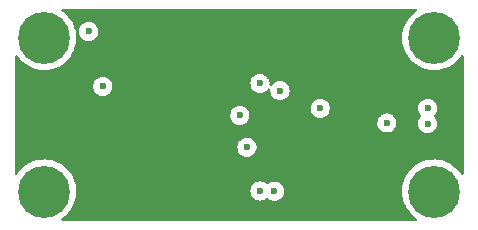
<source format=gbr>
%TF.GenerationSoftware,KiCad,Pcbnew,(6.0.4-0)*%
%TF.CreationDate,2022-08-26T15:35:11-06:00*%
%TF.ProjectId,lm334-source-v2,6c6d3333-342d-4736-9f75-7263652d7632,rev?*%
%TF.SameCoordinates,Original*%
%TF.FileFunction,Copper,L3,Inr*%
%TF.FilePolarity,Positive*%
%FSLAX46Y46*%
G04 Gerber Fmt 4.6, Leading zero omitted, Abs format (unit mm)*
G04 Created by KiCad (PCBNEW (6.0.4-0)) date 2022-08-26 15:35:11*
%MOMM*%
%LPD*%
G01*
G04 APERTURE LIST*
%TA.AperFunction,ComponentPad*%
%ADD10C,0.700000*%
%TD*%
%TA.AperFunction,ComponentPad*%
%ADD11C,4.400000*%
%TD*%
%TA.AperFunction,ViaPad*%
%ADD12C,0.600000*%
%TD*%
G04 APERTURE END LIST*
D10*
%TO.N,GNDPWR*%
%TO.C,MH1*%
X101350000Y-84000000D03*
X103000000Y-82350000D03*
X104166726Y-85166726D03*
X104166726Y-82833274D03*
D11*
X103000000Y-84000000D03*
D10*
X104650000Y-84000000D03*
X101833274Y-82833274D03*
X101833274Y-85166726D03*
X103000000Y-85650000D03*
%TD*%
D11*
%TO.N,GNDPWR*%
%TO.C,MH2*%
X136000000Y-84000000D03*
D10*
X137166726Y-82833274D03*
X134350000Y-84000000D03*
X137650000Y-84000000D03*
X137166726Y-85166726D03*
X136000000Y-82350000D03*
X136000000Y-85650000D03*
X134833274Y-85166726D03*
X134833274Y-82833274D03*
%TD*%
%TO.N,GNDPWR*%
%TO.C,MH3*%
X101833274Y-98166726D03*
D11*
X103000000Y-97000000D03*
D10*
X104166726Y-98166726D03*
X101833274Y-95833274D03*
X104166726Y-95833274D03*
X103000000Y-95350000D03*
X104650000Y-97000000D03*
X101350000Y-97000000D03*
X103000000Y-98650000D03*
%TD*%
D11*
%TO.N,GNDPWR*%
%TO.C,MH4*%
X136000000Y-97000000D03*
D10*
X134833274Y-95833274D03*
X134350000Y-97000000D03*
X137650000Y-97000000D03*
X136000000Y-95350000D03*
X137166726Y-98166726D03*
X137166726Y-95833274D03*
X134833274Y-98166726D03*
X136000000Y-98650000D03*
%TD*%
D12*
%TO.N,GND*%
X132050000Y-92200000D03*
X112650000Y-88750000D03*
X127550000Y-91850000D03*
X127450000Y-94350000D03*
X124150000Y-94650000D03*
X116150000Y-89150000D03*
X112650000Y-93650000D03*
%TO.N,+3V3*%
X121250000Y-87850000D03*
X121250000Y-96950000D03*
%TO.N,VD*%
X132000000Y-91200000D03*
X135450000Y-91250000D03*
X122465000Y-96965000D03*
X122950000Y-88450000D03*
%TO.N,/Channel1/I+*%
X107950000Y-88100000D03*
X106750000Y-83450000D03*
%TO.N,/Channel1/buffer/out+*%
X120150000Y-93250000D03*
X119550000Y-90550000D03*
%TO.N,/sda-tx*%
X135450000Y-89950000D03*
X126350000Y-89950000D03*
%TD*%
%TA.AperFunction,Conductor*%
%TO.N,GND*%
G36*
X134500316Y-81528502D02*
G01*
X134546809Y-81582158D01*
X134556913Y-81652432D01*
X134527419Y-81717012D01*
X134496618Y-81742785D01*
X134478074Y-81753817D01*
X134478068Y-81753821D01*
X134474814Y-81755757D01*
X134216244Y-81955243D01*
X133983513Y-82184347D01*
X133981149Y-82187314D01*
X133981146Y-82187317D01*
X133964220Y-82208558D01*
X133779991Y-82439751D01*
X133608626Y-82717757D01*
X133607037Y-82721204D01*
X133510393Y-82930843D01*
X133471902Y-83014336D01*
X133470741Y-83017940D01*
X133470741Y-83017941D01*
X133462196Y-83044477D01*
X133371797Y-83325192D01*
X133371079Y-83328903D01*
X133371078Y-83328907D01*
X133310482Y-83642105D01*
X133310481Y-83642114D01*
X133309763Y-83645824D01*
X133309496Y-83649600D01*
X133309495Y-83649605D01*
X133297296Y-83821902D01*
X133286698Y-83971585D01*
X133288003Y-83997790D01*
X133301196Y-84262800D01*
X133302936Y-84297759D01*
X133303577Y-84301490D01*
X133303578Y-84301498D01*
X133318109Y-84386060D01*
X133358241Y-84619619D01*
X133451814Y-84932504D01*
X133582297Y-85231881D01*
X133584220Y-85235152D01*
X133584222Y-85235156D01*
X133626584Y-85307215D01*
X133747802Y-85513414D01*
X133750103Y-85516429D01*
X133943631Y-85770012D01*
X133943636Y-85770017D01*
X133945931Y-85773025D01*
X134173814Y-86006953D01*
X134246635Y-86065607D01*
X134425196Y-86209431D01*
X134425201Y-86209435D01*
X134428149Y-86211809D01*
X134705253Y-86384627D01*
X135001112Y-86522903D01*
X135311440Y-86624634D01*
X135631742Y-86688346D01*
X135635514Y-86688633D01*
X135635522Y-86688634D01*
X135953602Y-86712829D01*
X135953607Y-86712829D01*
X135957379Y-86713116D01*
X136283633Y-86698586D01*
X136343425Y-86688634D01*
X136602037Y-86645590D01*
X136602042Y-86645589D01*
X136605778Y-86644967D01*
X136919149Y-86553034D01*
X136922616Y-86551544D01*
X136922620Y-86551543D01*
X137215721Y-86425616D01*
X137215723Y-86425615D01*
X137219205Y-86424119D01*
X137501601Y-86260091D01*
X137762245Y-86063324D01*
X137997363Y-85836670D01*
X138203549Y-85583410D01*
X138258939Y-85495622D01*
X138312205Y-85448685D01*
X138382392Y-85437996D01*
X138447217Y-85466951D01*
X138486096Y-85526355D01*
X138491500Y-85562859D01*
X138491500Y-95433521D01*
X138471498Y-95501642D01*
X138417842Y-95548135D01*
X138347568Y-95558239D01*
X138282988Y-95528745D01*
X138257557Y-95498515D01*
X138236226Y-95463084D01*
X138233899Y-95460100D01*
X138233894Y-95460093D01*
X138037726Y-95208558D01*
X138037724Y-95208556D01*
X138035390Y-95205563D01*
X137805070Y-94974034D01*
X137548603Y-94771852D01*
X137269705Y-94601945D01*
X137266261Y-94600379D01*
X137266257Y-94600377D01*
X137155667Y-94550095D01*
X136972414Y-94466775D01*
X136661037Y-94368300D01*
X136443492Y-94327390D01*
X136343809Y-94308645D01*
X136343807Y-94308645D01*
X136340086Y-94307945D01*
X136014208Y-94286586D01*
X136010428Y-94286794D01*
X136010427Y-94286794D01*
X135912897Y-94292162D01*
X135688124Y-94304532D01*
X135684397Y-94305193D01*
X135684393Y-94305193D01*
X135527340Y-94333027D01*
X135366557Y-94361522D01*
X135362941Y-94362624D01*
X135362933Y-94362626D01*
X135057789Y-94455627D01*
X135054167Y-94456731D01*
X134755477Y-94588781D01*
X134730041Y-94603914D01*
X134478074Y-94753817D01*
X134478068Y-94753821D01*
X134474814Y-94755757D01*
X134216244Y-94955243D01*
X133983513Y-95184347D01*
X133981149Y-95187314D01*
X133981146Y-95187317D01*
X133964220Y-95208558D01*
X133779991Y-95439751D01*
X133608626Y-95717757D01*
X133471902Y-96014336D01*
X133470741Y-96017940D01*
X133470741Y-96017941D01*
X133462196Y-96044477D01*
X133371797Y-96325192D01*
X133371079Y-96328903D01*
X133371078Y-96328907D01*
X133310482Y-96642105D01*
X133310481Y-96642114D01*
X133309763Y-96645824D01*
X133309496Y-96649600D01*
X133309495Y-96649605D01*
X133288534Y-96945653D01*
X133286698Y-96971585D01*
X133288003Y-96997790D01*
X133294378Y-97125844D01*
X133302936Y-97297759D01*
X133303577Y-97301490D01*
X133303578Y-97301498D01*
X133357116Y-97613069D01*
X133358241Y-97619619D01*
X133359329Y-97623258D01*
X133359330Y-97623261D01*
X133401013Y-97762637D01*
X133451814Y-97932504D01*
X133582297Y-98231881D01*
X133584220Y-98235152D01*
X133584222Y-98235156D01*
X133626584Y-98307215D01*
X133747802Y-98513414D01*
X133750103Y-98516429D01*
X133943631Y-98770012D01*
X133943636Y-98770017D01*
X133945931Y-98773025D01*
X134173814Y-99006953D01*
X134246635Y-99065607D01*
X134425196Y-99209431D01*
X134425201Y-99209435D01*
X134428149Y-99211809D01*
X134431371Y-99213818D01*
X134431376Y-99213822D01*
X134503156Y-99258588D01*
X134550373Y-99311607D01*
X134561429Y-99381738D01*
X134532815Y-99446713D01*
X134473615Y-99485903D01*
X134436480Y-99491500D01*
X104570222Y-99491500D01*
X104502101Y-99471498D01*
X104455608Y-99417842D01*
X104445504Y-99347568D01*
X104474998Y-99282988D01*
X104499890Y-99261085D01*
X104501601Y-99260091D01*
X104504623Y-99257810D01*
X104504627Y-99257807D01*
X104759221Y-99065607D01*
X104759222Y-99065606D01*
X104762245Y-99063324D01*
X104997363Y-98836670D01*
X105203549Y-98583410D01*
X105255429Y-98501185D01*
X105375788Y-98310428D01*
X105375790Y-98310425D01*
X105377815Y-98307215D01*
X105517638Y-98012084D01*
X105544188Y-97932504D01*
X105619790Y-97705897D01*
X105619792Y-97705891D01*
X105620992Y-97702293D01*
X105686381Y-97382329D01*
X105689599Y-97342773D01*
X105712674Y-97059061D01*
X105712856Y-97056826D01*
X105713451Y-97000000D01*
X105712711Y-96987717D01*
X105709752Y-96938640D01*
X120436463Y-96938640D01*
X120454163Y-97119160D01*
X120511418Y-97291273D01*
X120515065Y-97297295D01*
X120515066Y-97297297D01*
X120568823Y-97386060D01*
X120605380Y-97446424D01*
X120731382Y-97576902D01*
X120883159Y-97676222D01*
X120889763Y-97678678D01*
X120889765Y-97678679D01*
X121046558Y-97736990D01*
X121046560Y-97736990D01*
X121053168Y-97739448D01*
X121136995Y-97750633D01*
X121225980Y-97762507D01*
X121225984Y-97762507D01*
X121232961Y-97763438D01*
X121239972Y-97762800D01*
X121239976Y-97762800D01*
X121382459Y-97749832D01*
X121413600Y-97746998D01*
X121420302Y-97744820D01*
X121420304Y-97744820D01*
X121579409Y-97693124D01*
X121579412Y-97693123D01*
X121586108Y-97690947D01*
X121712044Y-97615874D01*
X121735860Y-97601677D01*
X121735862Y-97601676D01*
X121741912Y-97598069D01*
X121760920Y-97579968D01*
X121824045Y-97547476D01*
X121894716Y-97554269D01*
X121938444Y-97583682D01*
X121946382Y-97591902D01*
X121961320Y-97601677D01*
X122092227Y-97687340D01*
X122098159Y-97691222D01*
X122104763Y-97693678D01*
X122104765Y-97693679D01*
X122261558Y-97751990D01*
X122261560Y-97751990D01*
X122268168Y-97754448D01*
X122335544Y-97763438D01*
X122440980Y-97777507D01*
X122440984Y-97777507D01*
X122447961Y-97778438D01*
X122454972Y-97777800D01*
X122454976Y-97777800D01*
X122597459Y-97764832D01*
X122628600Y-97761998D01*
X122635302Y-97759820D01*
X122635304Y-97759820D01*
X122794409Y-97708124D01*
X122794412Y-97708123D01*
X122801108Y-97705947D01*
X122939815Y-97623261D01*
X122950860Y-97616677D01*
X122950862Y-97616676D01*
X122956912Y-97613069D01*
X123088266Y-97487982D01*
X123188643Y-97336902D01*
X123253055Y-97167338D01*
X123268272Y-97059061D01*
X123277748Y-96991639D01*
X123277748Y-96991636D01*
X123278299Y-96987717D01*
X123278616Y-96965000D01*
X123258397Y-96784745D01*
X123247017Y-96752066D01*
X123201064Y-96620106D01*
X123201062Y-96620103D01*
X123198745Y-96613448D01*
X123102626Y-96459624D01*
X123010832Y-96367187D01*
X122979778Y-96335915D01*
X122979774Y-96335912D01*
X122974815Y-96330918D01*
X122965793Y-96325192D01*
X122915538Y-96293300D01*
X122821666Y-96233727D01*
X122765755Y-96213818D01*
X122657425Y-96175243D01*
X122657420Y-96175242D01*
X122650790Y-96172881D01*
X122643802Y-96172048D01*
X122643799Y-96172047D01*
X122503889Y-96155364D01*
X122470680Y-96151404D01*
X122463677Y-96152140D01*
X122463676Y-96152140D01*
X122297288Y-96169628D01*
X122297286Y-96169629D01*
X122290288Y-96170364D01*
X122118579Y-96228818D01*
X122112575Y-96232512D01*
X121970090Y-96320169D01*
X121970087Y-96320171D01*
X121964088Y-96323862D01*
X121953925Y-96333815D01*
X121891262Y-96367187D01*
X121820503Y-96361384D01*
X121776359Y-96332578D01*
X121774711Y-96330918D01*
X121759815Y-96315918D01*
X121748697Y-96308862D01*
X121630302Y-96233727D01*
X121606666Y-96218727D01*
X121577463Y-96208328D01*
X121442425Y-96160243D01*
X121442420Y-96160242D01*
X121435790Y-96157881D01*
X121428802Y-96157048D01*
X121428799Y-96157047D01*
X121305698Y-96142368D01*
X121255680Y-96136404D01*
X121248677Y-96137140D01*
X121248676Y-96137140D01*
X121082288Y-96154628D01*
X121082286Y-96154629D01*
X121075288Y-96155364D01*
X120903579Y-96213818D01*
X120871218Y-96233727D01*
X120755095Y-96305166D01*
X120755092Y-96305168D01*
X120749088Y-96308862D01*
X120744053Y-96313793D01*
X120744050Y-96313795D01*
X120634208Y-96421361D01*
X120619493Y-96435771D01*
X120521235Y-96588238D01*
X120518826Y-96594858D01*
X120518824Y-96594861D01*
X120488639Y-96677793D01*
X120459197Y-96758685D01*
X120436463Y-96938640D01*
X105709752Y-96938640D01*
X105694026Y-96677793D01*
X105694026Y-96677789D01*
X105693798Y-96674015D01*
X105688650Y-96645824D01*
X105635805Y-96356473D01*
X105635804Y-96356469D01*
X105635125Y-96352751D01*
X105629898Y-96335915D01*
X105539404Y-96044477D01*
X105538282Y-96040863D01*
X105404670Y-95742869D01*
X105236226Y-95463084D01*
X105233899Y-95460100D01*
X105233894Y-95460093D01*
X105037726Y-95208558D01*
X105037724Y-95208556D01*
X105035390Y-95205563D01*
X104805070Y-94974034D01*
X104548603Y-94771852D01*
X104269705Y-94601945D01*
X104266261Y-94600379D01*
X104266257Y-94600377D01*
X104155667Y-94550095D01*
X103972414Y-94466775D01*
X103661037Y-94368300D01*
X103443492Y-94327390D01*
X103343809Y-94308645D01*
X103343807Y-94308645D01*
X103340086Y-94307945D01*
X103014208Y-94286586D01*
X103010428Y-94286794D01*
X103010427Y-94286794D01*
X102912897Y-94292162D01*
X102688124Y-94304532D01*
X102684397Y-94305193D01*
X102684393Y-94305193D01*
X102527340Y-94333027D01*
X102366557Y-94361522D01*
X102362941Y-94362624D01*
X102362933Y-94362626D01*
X102057789Y-94455627D01*
X102054167Y-94456731D01*
X101755477Y-94588781D01*
X101730041Y-94603914D01*
X101478074Y-94753817D01*
X101478068Y-94753821D01*
X101474814Y-94755757D01*
X101216244Y-94955243D01*
X100983513Y-95184347D01*
X100981149Y-95187314D01*
X100981146Y-95187317D01*
X100964220Y-95208558D01*
X100779991Y-95439751D01*
X100778000Y-95442981D01*
X100741760Y-95501773D01*
X100688988Y-95549266D01*
X100618916Y-95560690D01*
X100553792Y-95532416D01*
X100514293Y-95473422D01*
X100508500Y-95435657D01*
X100508500Y-93238640D01*
X119336463Y-93238640D01*
X119354163Y-93419160D01*
X119411418Y-93591273D01*
X119415065Y-93597295D01*
X119415066Y-93597297D01*
X119425978Y-93615314D01*
X119505380Y-93746424D01*
X119631382Y-93876902D01*
X119783159Y-93976222D01*
X119789763Y-93978678D01*
X119789765Y-93978679D01*
X119946558Y-94036990D01*
X119946560Y-94036990D01*
X119953168Y-94039448D01*
X120036995Y-94050633D01*
X120125980Y-94062507D01*
X120125984Y-94062507D01*
X120132961Y-94063438D01*
X120139972Y-94062800D01*
X120139976Y-94062800D01*
X120282459Y-94049832D01*
X120313600Y-94046998D01*
X120320302Y-94044820D01*
X120320304Y-94044820D01*
X120479409Y-93993124D01*
X120479412Y-93993123D01*
X120486108Y-93990947D01*
X120641912Y-93898069D01*
X120773266Y-93772982D01*
X120873643Y-93621902D01*
X120938055Y-93452338D01*
X120939035Y-93445366D01*
X120962748Y-93276639D01*
X120962748Y-93276636D01*
X120963299Y-93272717D01*
X120963616Y-93250000D01*
X120943397Y-93069745D01*
X120941080Y-93063091D01*
X120886064Y-92905106D01*
X120886062Y-92905103D01*
X120883745Y-92898448D01*
X120787626Y-92744624D01*
X120773941Y-92730843D01*
X120664778Y-92620915D01*
X120664774Y-92620912D01*
X120659815Y-92615918D01*
X120648697Y-92608862D01*
X120600538Y-92578300D01*
X120506666Y-92518727D01*
X120477463Y-92508328D01*
X120342425Y-92460243D01*
X120342420Y-92460242D01*
X120335790Y-92457881D01*
X120328802Y-92457048D01*
X120328799Y-92457047D01*
X120205698Y-92442368D01*
X120155680Y-92436404D01*
X120148677Y-92437140D01*
X120148676Y-92437140D01*
X119982288Y-92454628D01*
X119982286Y-92454629D01*
X119975288Y-92455364D01*
X119803579Y-92513818D01*
X119797575Y-92517512D01*
X119655095Y-92605166D01*
X119655092Y-92605168D01*
X119649088Y-92608862D01*
X119644053Y-92613793D01*
X119644050Y-92613795D01*
X119524525Y-92730843D01*
X119519493Y-92735771D01*
X119421235Y-92888238D01*
X119418826Y-92894858D01*
X119418824Y-92894861D01*
X119361606Y-93052066D01*
X119359197Y-93058685D01*
X119336463Y-93238640D01*
X100508500Y-93238640D01*
X100508500Y-90538640D01*
X118736463Y-90538640D01*
X118754163Y-90719160D01*
X118811418Y-90891273D01*
X118815065Y-90897295D01*
X118815066Y-90897297D01*
X118889223Y-91019745D01*
X118905380Y-91046424D01*
X118910269Y-91051487D01*
X118910270Y-91051488D01*
X118925357Y-91067111D01*
X119031382Y-91176902D01*
X119069242Y-91201677D01*
X119143088Y-91250000D01*
X119183159Y-91276222D01*
X119189763Y-91278678D01*
X119189765Y-91278679D01*
X119346558Y-91336990D01*
X119346560Y-91336990D01*
X119353168Y-91339448D01*
X119436995Y-91350633D01*
X119525980Y-91362507D01*
X119525984Y-91362507D01*
X119532961Y-91363438D01*
X119539972Y-91362800D01*
X119539976Y-91362800D01*
X119682459Y-91349832D01*
X119713600Y-91346998D01*
X119720302Y-91344820D01*
X119720304Y-91344820D01*
X119879409Y-91293124D01*
X119879412Y-91293123D01*
X119886108Y-91290947D01*
X119985586Y-91231646D01*
X120035860Y-91201677D01*
X120035862Y-91201676D01*
X120041912Y-91198069D01*
X120051813Y-91188640D01*
X131186463Y-91188640D01*
X131204163Y-91369160D01*
X131261418Y-91541273D01*
X131265065Y-91547295D01*
X131265066Y-91547297D01*
X131275978Y-91565314D01*
X131355380Y-91696424D01*
X131481382Y-91826902D01*
X131633159Y-91926222D01*
X131639763Y-91928678D01*
X131639765Y-91928679D01*
X131796558Y-91986990D01*
X131796560Y-91986990D01*
X131803168Y-91989448D01*
X131886995Y-92000633D01*
X131975980Y-92012507D01*
X131975984Y-92012507D01*
X131982961Y-92013438D01*
X131989972Y-92012800D01*
X131989976Y-92012800D01*
X132132459Y-91999832D01*
X132163600Y-91996998D01*
X132170302Y-91994820D01*
X132170304Y-91994820D01*
X132329409Y-91943124D01*
X132329412Y-91943123D01*
X132336108Y-91940947D01*
X132491912Y-91848069D01*
X132623266Y-91722982D01*
X132723643Y-91571902D01*
X132781665Y-91419160D01*
X132785555Y-91408920D01*
X132785556Y-91408918D01*
X132788055Y-91402338D01*
X132789035Y-91395366D01*
X132811061Y-91238640D01*
X134636463Y-91238640D01*
X134654163Y-91419160D01*
X134711418Y-91591273D01*
X134715065Y-91597295D01*
X134715066Y-91597297D01*
X134794126Y-91727841D01*
X134805380Y-91746424D01*
X134931382Y-91876902D01*
X135083159Y-91976222D01*
X135089763Y-91978678D01*
X135089765Y-91978679D01*
X135246558Y-92036990D01*
X135246560Y-92036990D01*
X135253168Y-92039448D01*
X135336995Y-92050633D01*
X135425980Y-92062507D01*
X135425984Y-92062507D01*
X135432961Y-92063438D01*
X135439972Y-92062800D01*
X135439976Y-92062800D01*
X135582459Y-92049832D01*
X135613600Y-92046998D01*
X135620302Y-92044820D01*
X135620304Y-92044820D01*
X135779409Y-91993124D01*
X135779412Y-91993123D01*
X135786108Y-91990947D01*
X135941912Y-91898069D01*
X136073266Y-91772982D01*
X136173643Y-91621902D01*
X136238055Y-91452338D01*
X136239035Y-91445366D01*
X136262748Y-91276639D01*
X136262748Y-91276636D01*
X136263299Y-91272717D01*
X136263616Y-91250000D01*
X136243397Y-91069745D01*
X136241080Y-91063091D01*
X136186064Y-90905106D01*
X136186062Y-90905103D01*
X136183745Y-90898448D01*
X136152502Y-90848448D01*
X136091359Y-90750598D01*
X136087626Y-90744624D01*
X136033012Y-90689627D01*
X136032667Y-90689280D01*
X135998860Y-90626849D01*
X136004172Y-90556052D01*
X136035181Y-90509251D01*
X136068159Y-90477846D01*
X136068162Y-90477843D01*
X136073266Y-90472982D01*
X136173643Y-90321902D01*
X136238055Y-90152338D01*
X136239035Y-90145366D01*
X136262748Y-89976639D01*
X136262748Y-89976636D01*
X136263299Y-89972717D01*
X136263616Y-89950000D01*
X136243397Y-89769745D01*
X136240088Y-89760243D01*
X136186064Y-89605106D01*
X136186062Y-89605103D01*
X136183745Y-89598448D01*
X136087626Y-89444624D01*
X136073941Y-89430843D01*
X135964778Y-89320915D01*
X135964774Y-89320912D01*
X135959815Y-89315918D01*
X135948697Y-89308862D01*
X135847782Y-89244820D01*
X135806666Y-89218727D01*
X135777463Y-89208328D01*
X135642425Y-89160243D01*
X135642420Y-89160242D01*
X135635790Y-89157881D01*
X135628802Y-89157048D01*
X135628799Y-89157047D01*
X135505698Y-89142368D01*
X135455680Y-89136404D01*
X135448677Y-89137140D01*
X135448676Y-89137140D01*
X135282288Y-89154628D01*
X135282286Y-89154629D01*
X135275288Y-89155364D01*
X135103579Y-89213818D01*
X135097575Y-89217512D01*
X134955095Y-89305166D01*
X134955092Y-89305168D01*
X134949088Y-89308862D01*
X134944053Y-89313793D01*
X134944050Y-89313795D01*
X134824525Y-89430843D01*
X134819493Y-89435771D01*
X134721235Y-89588238D01*
X134718826Y-89594858D01*
X134718824Y-89594861D01*
X134667307Y-89736404D01*
X134659197Y-89758685D01*
X134636463Y-89938640D01*
X134654163Y-90119160D01*
X134711418Y-90291273D01*
X134715065Y-90297295D01*
X134715066Y-90297297D01*
X134782038Y-90407881D01*
X134805380Y-90446424D01*
X134831027Y-90472982D01*
X134868932Y-90512234D01*
X134901864Y-90575131D01*
X134895564Y-90645847D01*
X134866453Y-90689784D01*
X134829630Y-90725844D01*
X134819493Y-90735771D01*
X134721235Y-90888238D01*
X134718826Y-90894858D01*
X134718824Y-90894861D01*
X134661606Y-91052066D01*
X134659197Y-91058685D01*
X134636463Y-91238640D01*
X132811061Y-91238640D01*
X132812748Y-91226639D01*
X132812748Y-91226636D01*
X132813299Y-91222717D01*
X132813616Y-91200000D01*
X132793397Y-91019745D01*
X132791080Y-91013091D01*
X132736064Y-90855106D01*
X132736062Y-90855103D01*
X132733745Y-90848448D01*
X132637626Y-90694624D01*
X132615521Y-90672364D01*
X132514778Y-90570915D01*
X132514774Y-90570912D01*
X132509815Y-90565918D01*
X132498697Y-90558862D01*
X132371027Y-90477841D01*
X132356666Y-90468727D01*
X132294032Y-90446424D01*
X132192425Y-90410243D01*
X132192420Y-90410242D01*
X132185790Y-90407881D01*
X132178802Y-90407048D01*
X132178799Y-90407047D01*
X132055698Y-90392368D01*
X132005680Y-90386404D01*
X131998677Y-90387140D01*
X131998676Y-90387140D01*
X131832288Y-90404628D01*
X131832286Y-90404629D01*
X131825288Y-90405364D01*
X131653579Y-90463818D01*
X131630785Y-90477841D01*
X131505095Y-90555166D01*
X131505092Y-90555168D01*
X131499088Y-90558862D01*
X131494053Y-90563793D01*
X131494050Y-90563795D01*
X131379244Y-90676222D01*
X131369493Y-90685771D01*
X131271235Y-90838238D01*
X131268826Y-90844858D01*
X131268824Y-90844861D01*
X131211606Y-91002066D01*
X131209197Y-91008685D01*
X131186463Y-91188640D01*
X120051813Y-91188640D01*
X120173266Y-91072982D01*
X120273643Y-90921902D01*
X120315423Y-90811917D01*
X120335555Y-90758920D01*
X120335556Y-90758918D01*
X120338055Y-90752338D01*
X120339736Y-90740380D01*
X120362748Y-90576639D01*
X120362748Y-90576636D01*
X120363299Y-90572717D01*
X120363616Y-90550000D01*
X120343397Y-90369745D01*
X120341080Y-90363091D01*
X120286064Y-90205106D01*
X120286062Y-90205103D01*
X120283745Y-90198448D01*
X120187626Y-90044624D01*
X120120114Y-89976639D01*
X120082380Y-89938640D01*
X125536463Y-89938640D01*
X125554163Y-90119160D01*
X125611418Y-90291273D01*
X125615065Y-90297295D01*
X125615066Y-90297297D01*
X125682038Y-90407881D01*
X125705380Y-90446424D01*
X125710269Y-90451487D01*
X125710270Y-90451488D01*
X125726918Y-90468727D01*
X125831382Y-90576902D01*
X125983159Y-90676222D01*
X125989763Y-90678678D01*
X125989765Y-90678679D01*
X126146558Y-90736990D01*
X126146560Y-90736990D01*
X126153168Y-90739448D01*
X126236732Y-90750598D01*
X126325980Y-90762507D01*
X126325984Y-90762507D01*
X126332961Y-90763438D01*
X126339972Y-90762800D01*
X126339976Y-90762800D01*
X126482459Y-90749832D01*
X126513600Y-90746998D01*
X126520302Y-90744820D01*
X126520304Y-90744820D01*
X126679409Y-90693124D01*
X126679412Y-90693123D01*
X126686108Y-90690947D01*
X126841912Y-90598069D01*
X126973266Y-90472982D01*
X127073643Y-90321902D01*
X127138055Y-90152338D01*
X127139035Y-90145366D01*
X127162748Y-89976639D01*
X127162748Y-89976636D01*
X127163299Y-89972717D01*
X127163616Y-89950000D01*
X127143397Y-89769745D01*
X127140088Y-89760243D01*
X127086064Y-89605106D01*
X127086062Y-89605103D01*
X127083745Y-89598448D01*
X126987626Y-89444624D01*
X126973941Y-89430843D01*
X126864778Y-89320915D01*
X126864774Y-89320912D01*
X126859815Y-89315918D01*
X126848697Y-89308862D01*
X126747782Y-89244820D01*
X126706666Y-89218727D01*
X126677463Y-89208328D01*
X126542425Y-89160243D01*
X126542420Y-89160242D01*
X126535790Y-89157881D01*
X126528802Y-89157048D01*
X126528799Y-89157047D01*
X126405698Y-89142368D01*
X126355680Y-89136404D01*
X126348677Y-89137140D01*
X126348676Y-89137140D01*
X126182288Y-89154628D01*
X126182286Y-89154629D01*
X126175288Y-89155364D01*
X126003579Y-89213818D01*
X125997575Y-89217512D01*
X125855095Y-89305166D01*
X125855092Y-89305168D01*
X125849088Y-89308862D01*
X125844053Y-89313793D01*
X125844050Y-89313795D01*
X125724525Y-89430843D01*
X125719493Y-89435771D01*
X125621235Y-89588238D01*
X125618826Y-89594858D01*
X125618824Y-89594861D01*
X125567307Y-89736404D01*
X125559197Y-89758685D01*
X125536463Y-89938640D01*
X120082380Y-89938640D01*
X120064778Y-89920915D01*
X120064774Y-89920912D01*
X120059815Y-89915918D01*
X120048697Y-89908862D01*
X120000538Y-89878300D01*
X119906666Y-89818727D01*
X119877463Y-89808328D01*
X119742425Y-89760243D01*
X119742420Y-89760242D01*
X119735790Y-89757881D01*
X119728802Y-89757048D01*
X119728799Y-89757047D01*
X119605698Y-89742368D01*
X119555680Y-89736404D01*
X119548677Y-89737140D01*
X119548676Y-89737140D01*
X119382288Y-89754628D01*
X119382286Y-89754629D01*
X119375288Y-89755364D01*
X119203579Y-89813818D01*
X119197575Y-89817512D01*
X119055095Y-89905166D01*
X119055092Y-89905168D01*
X119049088Y-89908862D01*
X119044053Y-89913793D01*
X119044050Y-89913795D01*
X118924525Y-90030843D01*
X118919493Y-90035771D01*
X118821235Y-90188238D01*
X118818826Y-90194858D01*
X118818824Y-90194861D01*
X118774983Y-90315314D01*
X118759197Y-90358685D01*
X118736463Y-90538640D01*
X100508500Y-90538640D01*
X100508500Y-88088640D01*
X107136463Y-88088640D01*
X107154163Y-88269160D01*
X107211418Y-88441273D01*
X107215065Y-88447295D01*
X107215066Y-88447297D01*
X107299879Y-88587340D01*
X107305380Y-88596424D01*
X107431382Y-88726902D01*
X107583159Y-88826222D01*
X107589763Y-88828678D01*
X107589765Y-88828679D01*
X107746558Y-88886990D01*
X107746560Y-88886990D01*
X107753168Y-88889448D01*
X107836995Y-88900633D01*
X107925980Y-88912507D01*
X107925984Y-88912507D01*
X107932961Y-88913438D01*
X107939972Y-88912800D01*
X107939976Y-88912800D01*
X108082459Y-88899832D01*
X108113600Y-88896998D01*
X108120302Y-88894820D01*
X108120304Y-88894820D01*
X108279409Y-88843124D01*
X108279412Y-88843123D01*
X108286108Y-88840947D01*
X108441912Y-88748069D01*
X108573266Y-88622982D01*
X108673643Y-88471902D01*
X108719214Y-88351938D01*
X108735555Y-88308920D01*
X108735556Y-88308918D01*
X108738055Y-88302338D01*
X108741652Y-88276744D01*
X108762748Y-88126639D01*
X108762748Y-88126636D01*
X108763299Y-88122717D01*
X108763616Y-88100000D01*
X108743397Y-87919745D01*
X108741080Y-87913091D01*
X108715154Y-87838640D01*
X120436463Y-87838640D01*
X120454163Y-88019160D01*
X120511418Y-88191273D01*
X120515065Y-88197295D01*
X120515066Y-88197297D01*
X120578681Y-88302338D01*
X120605380Y-88346424D01*
X120731382Y-88476902D01*
X120883159Y-88576222D01*
X120889763Y-88578678D01*
X120889765Y-88578679D01*
X121046558Y-88636990D01*
X121046560Y-88636990D01*
X121053168Y-88639448D01*
X121136995Y-88650633D01*
X121225980Y-88662507D01*
X121225984Y-88662507D01*
X121232961Y-88663438D01*
X121239972Y-88662800D01*
X121239976Y-88662800D01*
X121382459Y-88649832D01*
X121413600Y-88646998D01*
X121420302Y-88644820D01*
X121420304Y-88644820D01*
X121579409Y-88593124D01*
X121579412Y-88593123D01*
X121586108Y-88590947D01*
X121741912Y-88498069D01*
X121873266Y-88372982D01*
X121911217Y-88315861D01*
X121965574Y-88270192D01*
X122035994Y-88261160D01*
X122100118Y-88291634D01*
X122137587Y-88351938D01*
X122141170Y-88401382D01*
X122136463Y-88438640D01*
X122154163Y-88619160D01*
X122211418Y-88791273D01*
X122215065Y-88797295D01*
X122215066Y-88797297D01*
X122285017Y-88912800D01*
X122305380Y-88946424D01*
X122431382Y-89076902D01*
X122437278Y-89080760D01*
X122558741Y-89160243D01*
X122583159Y-89176222D01*
X122589763Y-89178678D01*
X122589765Y-89178679D01*
X122746558Y-89236990D01*
X122746560Y-89236990D01*
X122753168Y-89239448D01*
X122836995Y-89250633D01*
X122925980Y-89262507D01*
X122925984Y-89262507D01*
X122932961Y-89263438D01*
X122939972Y-89262800D01*
X122939976Y-89262800D01*
X123082459Y-89249832D01*
X123113600Y-89246998D01*
X123120302Y-89244820D01*
X123120304Y-89244820D01*
X123279409Y-89193124D01*
X123279412Y-89193123D01*
X123286108Y-89190947D01*
X123441912Y-89098069D01*
X123573266Y-88972982D01*
X123673643Y-88821902D01*
X123715423Y-88711917D01*
X123735555Y-88658920D01*
X123735556Y-88658918D01*
X123738055Y-88652338D01*
X123741498Y-88627841D01*
X123762748Y-88476639D01*
X123762748Y-88476636D01*
X123763299Y-88472717D01*
X123763616Y-88450000D01*
X123743397Y-88269745D01*
X123741080Y-88263091D01*
X123686064Y-88105106D01*
X123686062Y-88105103D01*
X123683745Y-88098448D01*
X123587626Y-87944624D01*
X123573941Y-87930843D01*
X123464778Y-87820915D01*
X123464774Y-87820912D01*
X123459815Y-87815918D01*
X123448697Y-87808862D01*
X123353499Y-87748448D01*
X123306666Y-87718727D01*
X123277463Y-87708328D01*
X123142425Y-87660243D01*
X123142420Y-87660242D01*
X123135790Y-87657881D01*
X123128802Y-87657048D01*
X123128799Y-87657047D01*
X123005698Y-87642368D01*
X122955680Y-87636404D01*
X122948677Y-87637140D01*
X122948676Y-87637140D01*
X122782288Y-87654628D01*
X122782286Y-87654629D01*
X122775288Y-87655364D01*
X122603579Y-87713818D01*
X122597575Y-87717512D01*
X122455095Y-87805166D01*
X122455092Y-87805168D01*
X122449088Y-87808862D01*
X122444053Y-87813793D01*
X122444050Y-87813795D01*
X122353911Y-87902066D01*
X122319493Y-87935771D01*
X122315680Y-87941688D01*
X122315679Y-87941689D01*
X122290956Y-87980052D01*
X122237241Y-88026476D01*
X122166954Y-88036490D01*
X122102411Y-88006915D01*
X122064104Y-87947140D01*
X122060271Y-87894261D01*
X122063299Y-87872717D01*
X122063616Y-87850000D01*
X122043397Y-87669745D01*
X122040088Y-87660243D01*
X121986064Y-87505106D01*
X121986062Y-87505103D01*
X121983745Y-87498448D01*
X121956700Y-87455166D01*
X121891359Y-87350598D01*
X121887626Y-87344624D01*
X121851139Y-87307881D01*
X121764778Y-87220915D01*
X121764774Y-87220912D01*
X121759815Y-87215918D01*
X121748697Y-87208862D01*
X121700538Y-87178300D01*
X121606666Y-87118727D01*
X121577463Y-87108328D01*
X121442425Y-87060243D01*
X121442420Y-87060242D01*
X121435790Y-87057881D01*
X121428802Y-87057048D01*
X121428799Y-87057047D01*
X121305698Y-87042368D01*
X121255680Y-87036404D01*
X121248677Y-87037140D01*
X121248676Y-87037140D01*
X121082288Y-87054628D01*
X121082286Y-87054629D01*
X121075288Y-87055364D01*
X120903579Y-87113818D01*
X120897575Y-87117512D01*
X120755095Y-87205166D01*
X120755092Y-87205168D01*
X120749088Y-87208862D01*
X120744053Y-87213793D01*
X120744050Y-87213795D01*
X120647973Y-87307881D01*
X120619493Y-87335771D01*
X120521235Y-87488238D01*
X120518826Y-87494858D01*
X120518824Y-87494861D01*
X120484332Y-87589627D01*
X120459197Y-87658685D01*
X120436463Y-87838640D01*
X108715154Y-87838640D01*
X108686064Y-87755106D01*
X108686062Y-87755103D01*
X108683745Y-87748448D01*
X108587626Y-87594624D01*
X108573941Y-87580843D01*
X108464778Y-87470915D01*
X108464774Y-87470912D01*
X108459815Y-87465918D01*
X108448697Y-87458862D01*
X108400538Y-87428300D01*
X108306666Y-87368727D01*
X108238977Y-87344624D01*
X108142425Y-87310243D01*
X108142420Y-87310242D01*
X108135790Y-87307881D01*
X108128802Y-87307048D01*
X108128799Y-87307047D01*
X108005698Y-87292368D01*
X107955680Y-87286404D01*
X107948677Y-87287140D01*
X107948676Y-87287140D01*
X107782288Y-87304628D01*
X107782286Y-87304629D01*
X107775288Y-87305364D01*
X107603579Y-87363818D01*
X107597575Y-87367512D01*
X107455095Y-87455166D01*
X107455092Y-87455168D01*
X107449088Y-87458862D01*
X107444053Y-87463793D01*
X107444050Y-87463795D01*
X107412327Y-87494861D01*
X107319493Y-87585771D01*
X107221235Y-87738238D01*
X107218826Y-87744858D01*
X107218824Y-87744861D01*
X107172288Y-87872717D01*
X107159197Y-87908685D01*
X107136463Y-88088640D01*
X100508500Y-88088640D01*
X100508500Y-85569306D01*
X100528502Y-85501185D01*
X100582158Y-85454692D01*
X100652432Y-85444588D01*
X100717012Y-85474082D01*
X100743122Y-85505453D01*
X100747802Y-85513414D01*
X100750103Y-85516429D01*
X100943631Y-85770012D01*
X100943636Y-85770017D01*
X100945931Y-85773025D01*
X101173814Y-86006953D01*
X101246635Y-86065607D01*
X101425196Y-86209431D01*
X101425201Y-86209435D01*
X101428149Y-86211809D01*
X101705253Y-86384627D01*
X102001112Y-86522903D01*
X102311440Y-86624634D01*
X102631742Y-86688346D01*
X102635514Y-86688633D01*
X102635522Y-86688634D01*
X102953602Y-86712829D01*
X102953607Y-86712829D01*
X102957379Y-86713116D01*
X103283633Y-86698586D01*
X103343425Y-86688634D01*
X103602037Y-86645590D01*
X103602042Y-86645589D01*
X103605778Y-86644967D01*
X103919149Y-86553034D01*
X103922616Y-86551544D01*
X103922620Y-86551543D01*
X104215721Y-86425616D01*
X104215723Y-86425615D01*
X104219205Y-86424119D01*
X104501601Y-86260091D01*
X104762245Y-86063324D01*
X104997363Y-85836670D01*
X105203549Y-85583410D01*
X105255429Y-85501185D01*
X105375788Y-85310428D01*
X105375790Y-85310425D01*
X105377815Y-85307215D01*
X105517638Y-85012084D01*
X105544188Y-84932504D01*
X105619790Y-84705897D01*
X105619792Y-84705891D01*
X105620992Y-84702293D01*
X105686381Y-84382329D01*
X105692956Y-84301498D01*
X105709501Y-84098069D01*
X105712856Y-84056826D01*
X105713451Y-84000000D01*
X105711510Y-83967796D01*
X105694026Y-83677793D01*
X105694026Y-83677789D01*
X105693798Y-83674015D01*
X105691042Y-83658920D01*
X105650811Y-83438640D01*
X105936463Y-83438640D01*
X105954163Y-83619160D01*
X106011418Y-83791273D01*
X106015065Y-83797295D01*
X106015066Y-83797297D01*
X106025978Y-83815314D01*
X106105380Y-83946424D01*
X106231382Y-84076902D01*
X106383159Y-84176222D01*
X106389763Y-84178678D01*
X106389765Y-84178679D01*
X106546558Y-84236990D01*
X106546560Y-84236990D01*
X106553168Y-84239448D01*
X106636995Y-84250633D01*
X106725980Y-84262507D01*
X106725984Y-84262507D01*
X106732961Y-84263438D01*
X106739972Y-84262800D01*
X106739976Y-84262800D01*
X106882459Y-84249832D01*
X106913600Y-84246998D01*
X106920302Y-84244820D01*
X106920304Y-84244820D01*
X107079409Y-84193124D01*
X107079412Y-84193123D01*
X107086108Y-84190947D01*
X107241912Y-84098069D01*
X107373266Y-83972982D01*
X107473643Y-83821902D01*
X107515423Y-83711917D01*
X107535555Y-83658920D01*
X107535556Y-83658918D01*
X107538055Y-83652338D01*
X107539493Y-83642105D01*
X107562748Y-83476639D01*
X107562748Y-83476636D01*
X107563299Y-83472717D01*
X107563616Y-83450000D01*
X107543397Y-83269745D01*
X107541080Y-83263091D01*
X107486064Y-83105106D01*
X107486062Y-83105103D01*
X107483745Y-83098448D01*
X107473662Y-83082312D01*
X107391359Y-82950598D01*
X107387626Y-82944624D01*
X107382664Y-82939627D01*
X107264778Y-82820915D01*
X107264774Y-82820912D01*
X107259815Y-82815918D01*
X107248697Y-82808862D01*
X107150174Y-82746338D01*
X107106666Y-82718727D01*
X107077463Y-82708328D01*
X106942425Y-82660243D01*
X106942420Y-82660242D01*
X106935790Y-82657881D01*
X106928802Y-82657048D01*
X106928799Y-82657047D01*
X106805698Y-82642368D01*
X106755680Y-82636404D01*
X106748677Y-82637140D01*
X106748676Y-82637140D01*
X106582288Y-82654628D01*
X106582286Y-82654629D01*
X106575288Y-82655364D01*
X106403579Y-82713818D01*
X106389457Y-82722506D01*
X106255095Y-82805166D01*
X106255092Y-82805168D01*
X106249088Y-82808862D01*
X106244053Y-82813793D01*
X106244050Y-82813795D01*
X106124525Y-82930843D01*
X106119493Y-82935771D01*
X106021235Y-83088238D01*
X106018826Y-83094858D01*
X106018824Y-83094861D01*
X105961606Y-83252066D01*
X105959197Y-83258685D01*
X105936463Y-83438640D01*
X105650811Y-83438640D01*
X105635805Y-83356473D01*
X105635804Y-83356469D01*
X105635125Y-83352751D01*
X105627722Y-83328907D01*
X105539404Y-83044477D01*
X105538282Y-83040863D01*
X105404670Y-82742869D01*
X105236226Y-82463084D01*
X105233899Y-82460100D01*
X105233894Y-82460093D01*
X105037726Y-82208558D01*
X105037724Y-82208556D01*
X105035390Y-82205563D01*
X104805070Y-81974034D01*
X104548603Y-81771852D01*
X104522184Y-81755757D01*
X104499774Y-81742105D01*
X104452005Y-81689582D01*
X104440216Y-81619571D01*
X104468148Y-81554300D01*
X104526934Y-81514492D01*
X104565328Y-81508500D01*
X134432195Y-81508500D01*
X134500316Y-81528502D01*
G37*
%TD.AperFunction*%
%TD*%
M02*

</source>
